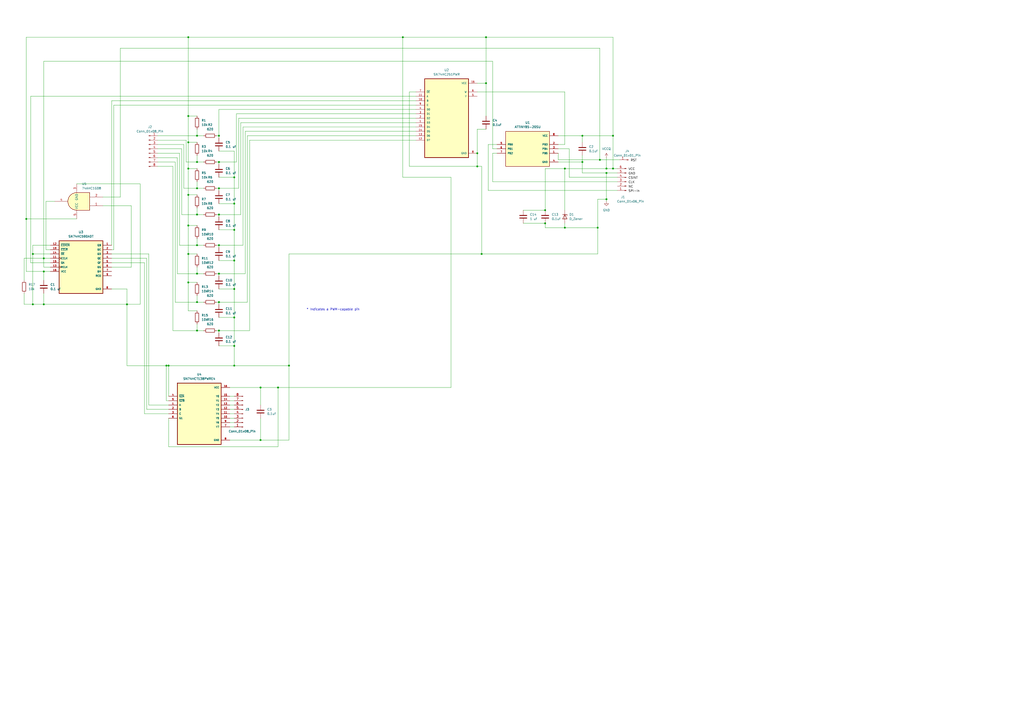
<source format=kicad_sch>
(kicad_sch (version 20231120) (generator "eeschema") (generator_version "8.0")
  (paper "A2")
  (title_block (date "mar. 31 mars 2015"))
  (lib_symbols
    (symbol "74xGxx:74AHC1G08"
      (property "Reference" "U" (at -2.54 3.81 0))
      (property "Value" "74AHC1G08" (at 0 -3.81 0))
      (symbol "74AHC1G08_0_1"
        (arc (start 0 -5.08) (mid 5.0579 0) (end 0 5.08) (stroke (width 0.254)) (fill (type background)))
        (polyline (pts (xy 0 -5.08) (xy -7.62 -5.08) (xy -7.62 5.08) (xy 0 5.08)) (stroke (width 0.254)) (fill (type background)))
      )
      (symbol "74AHC1G08_1_1"
        (pin input line (at -15.24 2.54 0) (length 7.62) (name "~") (number "1"))
        (pin input line (at -15.24 -2.54 0) (length 7.62) (name "~") (number "2"))
        (pin power_in line (at 0 -10.16 90) (length 5.08) (name "GND") (number "3"))
        (pin output line (at 12.7 0 180) (length 7.62) (name "~") (number "4"))
        (pin power_in line (at 0 10.16 270) (length 5.08) (name "VCC") (number "5"))
      )
    )
    (symbol "ATTINY85-20SU:ATTINY85-20SU" (pin_names (offset 1.016))
      (property "Reference" "U" (at -12.7 11.16 0))
      (property "Value" "ATTINY85-20SU" (at -12.7 -14.16 0))
      (symbol "ATTINY85-20SU_0_0"
        (rectangle (start -12.7 -10.16) (end 12.7 10.16) (stroke (width 0.254)) (fill (type background)))
        (pin bidirectional line (at 17.78 -2.54 180) (length 5.08) (name "PB5") (number "1"))
        (pin bidirectional line (at 17.78 2.54 180) (length 5.08) (name "PB3") (number "2"))
        (pin bidirectional line (at 17.78 0 180) (length 5.08) (name "PB4") (number "3"))
        (pin power_in line (at 17.78 -7.62 180) (length 5.08) (name "GND") (number "4"))
        (pin bidirectional line (at -17.78 2.54 0) (length 5.08) (name "PB0") (number "5"))
        (pin bidirectional line (at -17.78 0 0) (length 5.08) (name "PB1") (number "6"))
        (pin bidirectional line (at -17.78 -2.54 0) (length 5.08) (name "PB2") (number "7"))
        (pin power_in line (at 17.78 7.62 180) (length 5.08) (name "VCC") (number "8"))
      )
    )
    (symbol "Connector:Conn_01x01_Pin" (pin_names (offset 1.016) hide)
      (property "Reference" "J" (at 0 2.54 0))
      (property "Value" "Conn_01x01_Pin" (at 0 -2.54 0))
      (symbol "Conn_01x01_Pin_1_1"
        (polyline (pts (xy 1.27 0) (xy 0.8636 0)) (stroke (width 0.1524)))
        (rectangle (start 0.8636 0.127) (end 0 -0.127) (stroke (width 0.1524)) (fill (type outline)))
        (pin passive line (at 5.08 0 180) (length 3.81) (name "Pin_1") (number "1"))
      )
    )
    (symbol "Connector:Conn_01x06_Pin" (pin_names (offset 1.016) hide)
      (property "Reference" "J" (at 0 7.62 0))
      (property "Value" "Conn_01x06_Pin" (at 0 -10.16 0))
      (symbol "Conn_01x06_Pin_1_1"
        (polyline (pts (xy 1.27 -7.62) (xy 0.8636 -7.62)) (stroke (width 0.1524)))
        (polyline (pts (xy 1.27 -5.08) (xy 0.8636 -5.08)) (stroke (width 0.1524)))
        (polyline (pts (xy 1.27 -2.54) (xy 0.8636 -2.54)) (stroke (width 0.1524)))
        (polyline (pts (xy 1.27 0) (xy 0.8636 0)) (stroke (width 0.1524)))
        (polyline (pts (xy 1.27 2.54) (xy 0.8636 2.54)) (stroke (width 0.1524)))
        (polyline (pts (xy 1.27 5.08) (xy 0.8636 5.08)) (stroke (width 0.1524)))
        (rectangle (start 0.8636 -7.493) (end 0 -7.747) (stroke (width 0.1524)) (fill (type outline)))
        (rectangle (start 0.8636 -4.953) (end 0 -5.207) (stroke (width 0.1524)) (fill (type outline)))
        (rectangle (start 0.8636 -2.413) (end 0 -2.667) (stroke (width 0.1524)) (fill (type outline)))
        (rectangle (start 0.8636 0.127) (end 0 -0.127) (stroke (width 0.1524)) (fill (type outline)))
        (rectangle (start 0.8636 2.667) (end 0 2.413) (stroke (width 0.1524)) (fill (type outline)))
        (rectangle (start 0.8636 5.207) (end 0 4.953) (stroke (width 0.1524)) (fill (type outline)))
        (pin passive line (at 5.08 5.08 180) (length 3.81) (name "Pin_1") (number "1"))
        (pin passive line (at 5.08 2.54 180) (length 3.81) (name "Pin_2") (number "2"))
        (pin passive line (at 5.08 0 180) (length 3.81) (name "Pin_3") (number "3"))
        (pin passive line (at 5.08 -2.54 180) (length 3.81) (name "Pin_4") (number "4"))
        (pin passive line (at 5.08 -5.08 180) (length 3.81) (name "Pin_5") (number "5"))
        (pin passive line (at 5.08 -7.62 180) (length 3.81) (name "Pin_6") (number "6"))
      )
    )
    (symbol "Connector:Conn_01x08_Pin" (pin_names (offset 1.016) hide)
      (property "Reference" "J" (at 0 10.16 0))
      (property "Value" "Conn_01x08_Pin" (at 0 -12.7 0))
      (symbol "Conn_01x08_Pin_1_1"
        (polyline (pts (xy 1.27 -10.16) (xy 0.8636 -10.16)) (stroke (width 0.1524)))
        (polyline (pts (xy 1.27 -7.62) (xy 0.8636 -7.62)) (stroke (width 0.1524)))
        (polyline (pts (xy 1.27 -5.08) (xy 0.8636 -5.08)) (stroke (width 0.1524)))
        (polyline (pts (xy 1.27 -2.54) (xy 0.8636 -2.54)) (stroke (width 0.1524)))
        (polyline (pts (xy 1.27 0) (xy 0.8636 0)) (stroke (width 0.1524)))
        (polyline (pts (xy 1.27 2.54) (xy 0.8636 2.54)) (stroke (width 0.1524)))
        (polyline (pts (xy 1.27 5.08) (xy 0.8636 5.08)) (stroke (width 0.1524)))
        (polyline (pts (xy 1.27 7.62) (xy 0.8636 7.62)) (stroke (width 0.1524)))
        (rectangle (start 0.8636 -10.033) (end 0 -10.287) (stroke (width 0.1524)) (fill (type outline)))
        (rectangle (start 0.8636 -7.493) (end 0 -7.747) (stroke (width 0.1524)) (fill (type outline)))
        (rectangle (start 0.8636 -4.953) (end 0 -5.207) (stroke (width 0.1524)) (fill (type outline)))
        (rectangle (start 0.8636 -2.413) (end 0 -2.667) (stroke (width 0.1524)) (fill (type outline)))
        (rectangle (start 0.8636 0.127) (end 0 -0.127) (stroke (width 0.1524)) (fill (type outline)))
        (rectangle (start 0.8636 2.667) (end 0 2.413) (stroke (width 0.1524)) (fill (type outline)))
        (rectangle (start 0.8636 5.207) (end 0 4.953) (stroke (width 0.1524)) (fill (type outline)))
        (rectangle (start 0.8636 7.747) (end 0 7.493) (stroke (width 0.1524)) (fill (type outline)))
        (pin passive line (at 5.08 7.62 180) (length 3.81) (name "Pin_1") (number "1"))
        (pin passive line (at 5.08 5.08 180) (length 3.81) (name "Pin_2") (number "2"))
        (pin passive line (at 5.08 2.54 180) (length 3.81) (name "Pin_3") (number "3"))
        (pin passive line (at 5.08 0 180) (length 3.81) (name "Pin_4") (number "4"))
        (pin passive line (at 5.08 -2.54 180) (length 3.81) (name "Pin_5") (number "5"))
        (pin passive line (at 5.08 -5.08 180) (length 3.81) (name "Pin_6") (number "6"))
        (pin passive line (at 5.08 -7.62 180) (length 3.81) (name "Pin_7") (number "7"))
        (pin passive line (at 5.08 -10.16 180) (length 3.81) (name "Pin_8") (number "8"))
      )
    )
    (symbol "Device:C" (pin_numbers hide) (pin_names (offset 0.254))
      (property "Reference" "C" (at 0.635 2.54 0))
      (property "Value" "C" (at 0.635 -2.54 0))
      (symbol "C_0_1"
        (polyline (pts (xy -2.032 -0.762) (xy 2.032 -0.762)) (stroke (width 0.508)))
        (polyline (pts (xy -2.032 0.762) (xy 2.032 0.762)) (stroke (width 0.508)))
      )
      (symbol "C_1_1"
        (pin passive line (at 0 3.81 270) (length 2.794) (name "~") (number "1"))
        (pin passive line (at 0 -3.81 90) (length 2.794) (name "~") (number "2"))
      )
    )
    (symbol "Device:D_Zener" (pin_numbers hide) (pin_names (offset 1.016) hide)
      (property "Reference" "D" (at 0 2.54 0))
      (property "Value" "D_Zener" (at 0 -2.54 0))
      (symbol "D_Zener_0_1"
        (polyline (pts (xy 1.27 0) (xy -1.27 0)))
        (polyline (pts (xy -1.27 -1.27) (xy -1.27 1.27) (xy -0.762 1.27)) (stroke (width 0.254)))
        (polyline (pts (xy 1.27 -1.27) (xy 1.27 1.27) (xy -1.27 0) (xy 1.27 -1.27)) (stroke (width 0.254)))
      )
      (symbol "D_Zener_1_1"
        (pin passive line (at -3.81 0 0) (length 2.54) (name "K") (number "1"))
        (pin passive line (at 3.81 0 180) (length 2.54) (name "A") (number "2"))
      )
    )
    (symbol "Device:R" (pin_numbers hide) (pin_names (offset 0))
      (property "Reference" "R" (at 2.032 0 90))
      (property "Value" "R" (at 0 0 90))
      (symbol "R_0_1"
        (rectangle (start -1.016 -2.54) (end 1.016 2.54) (stroke (width 0.254)))
      )
      (symbol "R_1_1"
        (pin passive line (at 0 3.81 270) (length 1.27) (name "~") (number "1"))
        (pin passive line (at 0 -3.81 90) (length 1.27) (name "~") (number "2"))
      )
    )
    (symbol "SN74HC251PWR:SN74HC251PWR" (pin_names (offset 1.016))
      (property "Reference" "U" (at -12.7 23.86 0))
      (property "Value" "SN74HC251PWR" (at -12.7 -26.86 0))
      (symbol "SN74HC251PWR_0_0"
        (rectangle (start -12.7 -22.86) (end 12.7 22.86) (stroke (width 0.41)) (fill (type background)))
        (pin input line (at -17.78 -2.54 0) (length 5.08) (name "D3") (number "1"))
        (pin input line (at -17.78 10.16 0) (length 5.08) (name "B") (number "10"))
        (pin input line (at -17.78 12.7 0) (length 5.08) (name "A") (number "11"))
        (pin input line (at -17.78 -12.7 0) (length 5.08) (name "D7") (number "12"))
        (pin input line (at -17.78 -10.16 0) (length 5.08) (name "D6") (number "13"))
        (pin input line (at -17.78 -7.62 0) (length 5.08) (name "D5") (number "14"))
        (pin input line (at -17.78 -5.08 0) (length 5.08) (name "D4") (number "15"))
        (pin power_in line (at 17.78 20.32 180) (length 5.08) (name "VCC") (number "16"))
        (pin input line (at -17.78 0 0) (length 5.08) (name "D2") (number "2"))
        (pin input line (at -17.78 2.54 0) (length 5.08) (name "D1") (number "3"))
        (pin input line (at -17.78 5.08 0) (length 5.08) (name "D0") (number "4"))
        (pin output line (at 17.78 12.7 180) (length 5.08) (name "Y") (number "5"))
        (pin output line (at 17.78 15.24 180) (length 5.08) (name "W") (number "6"))
        (pin input line (at -17.78 15.24 0) (length 5.08) (name "~{OE}") (number "7"))
        (pin power_in line (at 17.78 -20.32 180) (length 5.08) (name "GND") (number "8"))
        (pin input line (at -17.78 7.62 0) (length 5.08) (name "C") (number "9"))
      )
    )
    (symbol "SN74HC590ADT:SN74HC590ADT" (pin_names (offset 1.016))
      (property "Reference" "U" (at -12.7 16.24 0))
      (property "Value" "SN74HC590ADT" (at -12.7 -19.24 0))
      (symbol "SN74HC590ADT_0_0"
        (rectangle (start -12.7 -15.24) (end 12.7 15.24) (stroke (width 0.41)) (fill (type background)))
        (pin output line (at 17.78 12.7 180) (length 5.08) (name "QB") (number "1"))
        (pin input line (at -17.78 10.16 0) (length 5.08) (name "~{CCLR}") (number "10"))
        (pin input clock (at -17.78 5.08 0) (length 5.08) (name "CCLK") (number "11"))
        (pin input line (at -17.78 12.7 0) (length 5.08) (name "~{CCKEN}") (number "12"))
        (pin input clock (at -17.78 0 0) (length 5.08) (name "RCLK") (number "13"))
        (pin input line (at -17.78 7.62 0) (length 5.08) (name "~{OE}") (number "14"))
        (pin input line (at -17.78 2.54 0) (length 5.08) (name "QA") (number "15"))
        (pin input line (at -17.78 -2.54 0) (length 5.08) (name "VCC") (number "16"))
        (pin output line (at 17.78 10.16 180) (length 5.08) (name "QC") (number "2"))
        (pin output line (at 17.78 7.62 180) (length 5.08) (name "QD") (number "3"))
        (pin output line (at 17.78 5.08 180) (length 5.08) (name "QE") (number "4"))
        (pin output line (at 17.78 2.54 180) (length 5.08) (name "QF") (number "5"))
        (pin output line (at 17.78 0 180) (length 5.08) (name "QG") (number "6"))
        (pin output line (at 17.78 -2.54 180) (length 5.08) (name "QH") (number "7"))
        (pin power_in line (at 17.78 -12.7 180) (length 5.08) (name "GND") (number "8"))
        (pin output line (at 17.78 -5.08 180) (length 5.08) (name "RCO") (number "9"))
      )
    )
    (symbol "SN74HCT138PWRE4:SN74HCT138PWRE4" (pin_names (offset 1.016))
      (property "Reference" "U" (at -12.7 18.78 0))
      (property "Value" "SN74HCT138PWRE4" (at -12.7 -21.78 0))
      (symbol "SN74HCT138PWRE4_0_0"
        (rectangle (start -12.7 -17.78) (end 12.7 17.78) (stroke (width 0.41)) (fill (type background)))
        (pin input line (at -17.78 5.08 0) (length 5.08) (name "A") (number "1"))
        (pin output line (at 17.78 -2.54 180) (length 5.08) (name "Y5") (number "10"))
        (pin output line (at 17.78 0 180) (length 5.08) (name "Y4") (number "11"))
        (pin output line (at 17.78 2.54 180) (length 5.08) (name "Y3") (number "12"))
        (pin output line (at 17.78 5.08 180) (length 5.08) (name "Y2") (number "13"))
        (pin output line (at 17.78 7.62 180) (length 5.08) (name "Y1") (number "14"))
        (pin output line (at 17.78 10.16 180) (length 5.08) (name "Y0") (number "15"))
        (pin power_in line (at 17.78 15.24 180) (length 5.08) (name "VCC") (number "16"))
        (pin input line (at -17.78 2.54 0) (length 5.08) (name "B") (number "2"))
        (pin input line (at -17.78 0 0) (length 5.08) (name "C") (number "3"))
        (pin input line (at -17.78 10.16 0) (length 5.08) (name "~{G2A}") (number "4"))
        (pin input line (at -17.78 7.62 0) (length 5.08) (name "~{G2B}") (number "5"))
        (pin input line (at -17.78 -2.54 0) (length 5.08) (name "G1") (number "6"))
        (pin output line (at 17.78 -7.62 180) (length 5.08) (name "Y7") (number "7"))
        (pin power_in line (at 17.78 -15.24 180) (length 5.08) (name "GND") (number "8"))
        (pin output line (at 17.78 -5.08 180) (length 5.08) (name "Y6") (number "9"))
      )
    )
    (symbol "power:GND" (power) (pin_numbers hide) (pin_names (offset 0) hide)
      (property "Value" "GND" (at 0 -3.81 0))
      (symbol "GND_0_1"
        (polyline (pts (xy 0 0) (xy 0 -1.27) (xy 1.27 -1.27) (xy 0 -2.54) (xy -1.27 -1.27) (xy 0 -1.27)))
      )
      (symbol "GND_1_1"
        (pin power_in line (at 0 0 270) (length 0) (name "~") (number "1"))
      )
    )
    (symbol "power:VCCQ" (power) (pin_numbers hide) (pin_names (offset 0) hide)
      (property "Value" "VCCQ" (at 0 3.556 0))
      (symbol "VCCQ_0_1"
        (polyline (pts (xy -0.762 1.27) (xy 0 2.54)))
        (polyline (pts (xy 0 0) (xy 0 2.54)))
        (polyline (pts (xy 0 2.54) (xy 0.762 1.27)))
      )
      (symbol "VCCQ_1_1"
        (pin power_in line (at 0 0 90) (length 0) (name "~") (number "1"))
      )
    )
  )
  (junction (at 114.3 158.75))
  (junction (at 114.3 175.26))
  (junction (at 337.82 78.74))
  (junction (at 347.98 92.71))
  (junction (at 114.3 124.46))
  (junction (at 281.94 48.26))
  (junction (at 135.89 102.87))
  (junction (at 97.79 212.09))
  (junction (at 351.79 100.33))
  (junction (at 25.4 149.86))
  (junction (at 135.89 133.35))
  (junction (at 127 109.22))
  (junction (at 135.89 212.09))
  (junction (at 316.23 129.54))
  (junction (at 279.4 147.32))
  (junction (at 355.6 97.79))
  (junction (at 114.3 93.98))
  (junction (at 127 142.24))
  (junction (at 19.05 176.53))
  (junction (at 316.23 121.92))
  (junction (at 351.79 97.79))
  (junction (at 135.89 200.66))
  (junction (at 281.94 21.59))
  (junction (at 109.22 113.03))
  (junction (at 127 175.26))
  (junction (at 135.89 167.64))
  (junction (at 127 93.98))
  (junction (at 276.86 88.9))
  (junction (at 127 124.46))
  (junction (at 96.52 212.09))
  (junction (at 114.3 142.24))
  (junction (at 135.89 184.15))
  (junction (at 25.4 157.48))
  (junction (at 167.64 212.09))
  (junction (at 127 78.74))
  (junction (at 135.89 151.13))
  (junction (at 109.22 82.55))
  (junction (at 355.6 78.74))
  (junction (at 15.24 127))
  (junction (at 114.3 78.74))
  (junction (at 151.13 255.27))
  (junction (at 114.3 109.22))
  (junction (at 109.22 130.81))
  (junction (at 73.66 176.53))
  (junction (at 161.29 224.79))
  (junction (at 337.82 93.98))
  (junction (at 109.22 67.31))
  (junction (at 135.89 118.11))
  (junction (at 327.66 97.79))
  (junction (at 25.4 176.53))
  (junction (at 127 158.75))
  (junction (at 276.86 96.52))
  (junction (at 151.13 224.79))
  (junction (at 327.66 132.08))
  (junction (at 109.22 147.32))
  (junction (at 351.79 115.57))
  (junction (at 233.68 21.59))
  (junction (at 109.22 97.79))
  (junction (at 127 191.77))
  (junction (at 19.05 147.32))
  (junction (at 346.71 132.08))
  (junction (at 109.22 21.59))
  (junction (at 114.3 191.77))
  (junction (at 109.22 163.83))
  (wire (pts (xy 127 142.24) (xy 125.73 142.24)))
  (wire (pts (xy 15.24 157.48) (xy 15.24 127)))
  (wire (pts (xy 85.09 149.86) (xy 85.09 237.49)))
  (wire (pts (xy 114.3 163.83) (xy 109.22 163.83)))
  (wire (pts (xy 127 175.26) (xy 125.73 175.26)))
  (wire (pts (xy 351.79 91.44) (xy 351.79 97.79)))
  (wire (pts (xy 241.3 71.12) (xy 139.7 71.12)))
  (wire (pts (xy 143.51 175.26) (xy 127 175.26)))
  (wire (pts (xy 127 93.98) (xy 125.73 93.98)))
  (wire (pts (xy 109.22 180.34) (xy 109.22 163.83)))
  (wire (pts (xy 86.36 234.95) (xy 97.79 234.95)))
  (wire (pts (xy 285.75 88.9) (xy 285.75 105.41)))
  (wire (pts (xy 19.05 142.24) (xy 19.05 147.32)))
  (wire (pts (xy 118.11 124.46) (xy 114.3 124.46)))
  (wire (pts (xy 351.79 97.79) (xy 355.6 97.79)))
  (wire (pts (xy 106.68 109.22) (xy 114.3 109.22)))
  (wire (pts (xy 114.3 109.22) (xy 114.3 105.41)))
  (wire (pts (xy 97.79 212.09) (xy 135.89 212.09)))
  (wire (pts (xy 133.35 237.49) (xy 135.89 237.49)))
  (wire (pts (xy 83.82 240.03) (xy 83.82 152.4)))
  (wire (pts (xy 96.52 232.41) (xy 96.52 212.09)))
  (wire (pts (xy 105.41 124.46) (xy 114.3 124.46)))
  (wire (pts (xy 127 191.77) (xy 125.73 191.77)))
  (wire (pts (xy 133.35 232.41) (xy 135.89 232.41)))
  (wire (pts (xy 144.78 81.28) (xy 144.78 191.77)))
  (wire (pts (xy 127 110.49) (xy 127 109.22)))
  (wire (pts (xy 127 176.53) (xy 127 175.26)))
  (wire (pts (xy 151.13 242.57) (xy 151.13 255.27)))
  (wire (pts (xy 73.66 167.64) (xy 73.66 176.53)))
  (wire (pts (xy 114.3 147.32) (xy 109.22 147.32)))
  (wire (pts (xy 66.04 144.78) (xy 66.04 60.96)))
  (wire (pts (xy 140.97 73.66) (xy 140.97 142.24)))
  (wire (pts (xy 316.23 129.54) (xy 316.23 132.08)))
  (wire (pts (xy 346.71 147.32) (xy 346.71 132.08)))
  (wire (pts (xy 29.21 142.24) (xy 19.05 142.24)))
  (wire (pts (xy 127 95.25) (xy 127 93.98)))
  (wire (pts (xy 133.35 224.79) (xy 151.13 224.79)))
  (wire (pts (xy 91.44 91.44) (xy 102.87 91.44)))
  (wire (pts (xy 241.3 63.5) (xy 127 63.5)))
  (wire (pts (xy 127 158.75) (xy 125.73 158.75)))
  (wire (pts (xy 355.6 21.59) (xy 355.6 78.74)))
  (wire (pts (xy 102.87 91.44) (xy 102.87 158.75)))
  (wire (pts (xy 25.4 162.56) (xy 25.4 157.48)))
  (wire (pts (xy 73.66 167.64) (xy 64.77 167.64)))
  (wire (pts (xy 241.3 81.28) (xy 144.78 81.28)))
  (wire (pts (xy 133.35 255.27) (xy 151.13 255.27)))
  (wire (pts (xy 100.33 191.77) (xy 114.3 191.77)))
  (wire (pts (xy 107.95 81.28) (xy 107.95 93.98)))
  (wire (pts (xy 15.24 21.59) (xy 109.22 21.59)))
  (wire (pts (xy 118.11 175.26) (xy 114.3 175.26)))
  (wire (pts (xy 135.89 87.63) (xy 135.89 102.87)))
  (wire (pts (xy 97.79 242.57) (xy 97.79 259.08)))
  (wire (pts (xy 118.11 142.24) (xy 114.3 142.24)))
  (wire (pts (xy 109.22 97.79) (xy 109.22 113.03)))
  (wire (pts (xy 135.89 212.09) (xy 167.64 212.09)))
  (wire (pts (xy 241.3 53.34) (xy 237.49 53.34)))
  (wire (pts (xy 323.85 83.82) (xy 327.66 83.82)))
  (wire (pts (xy 29.21 152.4) (xy 17.78 152.4)))
  (wire (pts (xy 241.3 78.74) (xy 143.51 78.74)))
  (wire (pts (xy 109.22 163.83) (xy 109.22 147.32)))
  (wire (pts (xy 85.09 237.49) (xy 97.79 237.49)))
  (wire (pts (xy 118.11 78.74) (xy 114.3 78.74)))
  (wire (pts (xy 15.24 127) (xy 15.24 21.59)))
  (wire (pts (xy 323.85 86.36) (xy 330.2 86.36)))
  (wire (pts (xy 133.35 247.65) (xy 135.89 247.65)))
  (wire (pts (xy 127 118.11) (xy 135.89 118.11)))
  (wire (pts (xy 261.62 102.87) (xy 233.68 102.87)))
  (wire (pts (xy 276.86 88.9) (xy 276.86 96.52)))
  (wire (pts (xy 69.85 27.94) (xy 69.85 114.3)))
  (wire (pts (xy 76.2 119.38) (xy 76.2 154.94)))
  (wire (pts (xy 323.85 78.74) (xy 337.82 78.74)))
  (wire (pts (xy 91.44 96.52) (xy 100.33 96.52)))
  (wire (pts (xy 66.04 60.96) (xy 241.3 60.96)))
  (wire (pts (xy 114.3 124.46) (xy 114.3 120.65)))
  (wire (pts (xy 127 80.01) (xy 127 78.74)))
  (wire (pts (xy 337.82 82.55) (xy 337.82 78.74)))
  (wire (pts (xy 69.85 114.3) (xy 59.69 114.3)))
  (wire (pts (xy 13.97 170.18) (xy 13.97 176.53)))
  (wire (pts (xy 64.77 144.78) (xy 66.04 144.78)))
  (wire (pts (xy 109.22 21.59) (xy 233.68 21.59)))
  (wire (pts (xy 237.49 96.52) (xy 276.86 96.52)))
  (wire (pts (xy 73.66 212.09) (xy 96.52 212.09)))
  (wire (pts (xy 127 143.51) (xy 127 142.24)))
  (wire (pts (xy 288.29 86.36) (xy 285.75 86.36)))
  (wire (pts (xy 19.05 176.53) (xy 25.4 176.53)))
  (wire (pts (xy 91.44 93.98) (xy 101.6 93.98)))
  (wire (pts (xy 346.71 132.08) (xy 346.71 115.57)))
  (wire (pts (xy 107.95 93.98) (xy 114.3 93.98)))
  (wire (pts (xy 83.82 152.4) (xy 64.77 152.4)))
  (wire (pts (xy 13.97 176.53) (xy 19.05 176.53)))
  (wire (pts (xy 144.78 191.77) (xy 127 191.77)))
  (wire (pts (xy 109.22 113.03) (xy 109.22 130.81)))
  (wire (pts (xy 97.79 212.09) (xy 97.79 229.87)))
  (wire (pts (xy 25.4 35.56) (xy 25.4 149.86)))
  (wire (pts (xy 44.45 106.68) (xy 81.28 106.68)))
  (wire (pts (xy 241.3 68.58) (xy 138.43 68.58)))
  (wire (pts (xy 64.77 149.86) (xy 85.09 149.86)))
  (wire (pts (xy 283.21 110.49) (xy 358.14 110.49)))
  (wire (pts (xy 330.2 102.87) (xy 358.14 102.87)))
  (wire (pts (xy 337.82 93.98) (xy 337.82 100.33)))
  (wire (pts (xy 330.2 86.36) (xy 330.2 102.87)))
  (wire (pts (xy 167.64 255.27) (xy 167.64 212.09)))
  (wire (pts (xy 142.24 158.75) (xy 127 158.75)))
  (wire (pts (xy 323.85 92.71) (xy 323.85 88.9)))
  (wire (pts (xy 105.41 86.36) (xy 105.41 124.46)))
  (wire (pts (xy 25.4 176.53) (xy 73.66 176.53)))
  (wire (pts (xy 109.22 67.31) (xy 109.22 82.55)))
  (wire (pts (xy 29.21 147.32) (xy 19.05 147.32)))
  (wire (pts (xy 13.97 162.56) (xy 13.97 149.86)))
  (wire (pts (xy 241.3 73.66) (xy 140.97 73.66)))
  (wire (pts (xy 104.14 88.9) (xy 104.14 142.24)))
  (wire (pts (xy 127 124.46) (xy 125.73 124.46)))
  (wire (pts (xy 25.4 149.86) (xy 29.21 149.86)))
  (wire (pts (xy 316.23 121.92) (xy 316.23 97.79)))
  (wire (pts (xy 241.3 76.2) (xy 142.24 76.2)))
  (wire (pts (xy 303.53 129.54) (xy 316.23 129.54)))
  (wire (pts (xy 327.66 97.79) (xy 351.79 97.79)))
  (wire (pts (xy 114.3 82.55) (xy 109.22 82.55)))
  (wire (pts (xy 138.43 109.22) (xy 127 109.22)))
  (wire (pts (xy 86.36 147.32) (xy 86.36 234.95)))
  (wire (pts (xy 137.16 66.04) (xy 137.16 93.98)))
  (wire (pts (xy 64.77 154.94) (xy 76.2 154.94)))
  (wire (pts (xy 327.66 53.34) (xy 327.66 83.82)))
  (wire (pts (xy 285.75 35.56) (xy 285.75 86.36)))
  (wire (pts (xy 316.23 132.08) (xy 327.66 132.08)))
  (wire (pts (xy 96.52 212.09) (xy 97.79 212.09)))
  (wire (pts (xy 281.94 67.31) (xy 281.94 48.26)))
  (wire (pts (xy 281.94 21.59) (xy 281.94 48.26)))
  (wire (pts (xy 351.79 115.57) (xy 351.79 100.33)))
  (wire (pts (xy 351.79 100.33) (xy 358.14 100.33)))
  (wire (pts (xy 25.4 157.48) (xy 15.24 157.48)))
  (wire (pts (xy 135.89 200.66) (xy 135.89 212.09)))
  (wire (pts (xy 337.82 100.33) (xy 351.79 100.33)))
  (wire (pts (xy 102.87 158.75) (xy 114.3 158.75)))
  (wire (pts (xy 279.4 147.32) (xy 346.71 147.32)))
  (wire (pts (xy 91.44 88.9) (xy 104.14 88.9)))
  (wire (pts (xy 142.24 76.2) (xy 142.24 158.75)))
  (wire (pts (xy 261.62 224.79) (xy 161.29 224.79)))
  (wire (pts (xy 139.7 124.46) (xy 127 124.46)))
  (wire (pts (xy 233.68 102.87) (xy 233.68 21.59)))
  (wire (pts (xy 91.44 83.82) (xy 106.68 83.82)))
  (wire (pts (xy 347.98 92.71) (xy 323.85 92.71)))
  (wire (pts (xy 127 125.73) (xy 127 124.46)))
  (wire (pts (xy 17.78 152.4) (xy 17.78 55.88)))
  (wire (pts (xy 91.44 86.36) (xy 105.41 86.36)))
  (wire (pts (xy 81.28 106.68) (xy 81.28 176.53)))
  (wire (pts (xy 127 78.74) (xy 125.73 78.74)))
  (wire (pts (xy 337.82 93.98) (xy 337.82 90.17)))
  (wire (pts (xy 279.4 96.52) (xy 279.4 147.32)))
  (wire (pts (xy 151.13 234.95) (xy 151.13 224.79)))
  (wire (pts (xy 114.3 180.34) (xy 109.22 180.34)))
  (wire (pts (xy 73.66 212.09) (xy 73.66 176.53)))
  (wire (pts (xy 26.67 116.84) (xy 31.75 116.84)))
  (wire (pts (xy 106.68 83.82) (xy 106.68 109.22)))
  (wire (pts (xy 91.44 78.74) (xy 114.3 78.74)))
  (wire (pts (xy 323.85 93.98) (xy 337.82 93.98)))
  (wire (pts (xy 133.35 242.57) (xy 135.89 242.57)))
  (wire (pts (xy 139.7 71.12) (xy 139.7 124.46)))
  (wire (pts (xy 127 167.64) (xy 135.89 167.64)))
  (wire (pts (xy 281.94 21.59) (xy 355.6 21.59)))
  (wire (pts (xy 25.4 170.18) (xy 25.4 176.53)))
  (wire (pts (xy 29.21 154.94) (xy 25.4 154.94)))
  (wire (pts (xy 109.22 21.59) (xy 109.22 67.31)))
  (wire (pts (xy 15.24 127) (xy 44.45 127)))
  (wire (pts (xy 288.29 83.82) (xy 283.21 83.82)))
  (wire (pts (xy 25.4 157.48) (xy 29.21 157.48)))
  (wire (pts (xy 127 151.13) (xy 135.89 151.13)))
  (wire (pts (xy 347.98 92.71) (xy 347.98 27.94)))
  (wire (pts (xy 337.82 78.74) (xy 355.6 78.74)))
  (wire (pts (xy 276.86 74.93) (xy 281.94 74.93)))
  (wire (pts (xy 133.35 229.87) (xy 135.89 229.87)))
  (wire (pts (xy 127 63.5) (xy 127 78.74)))
  (wire (pts (xy 346.71 115.57) (xy 351.79 115.57)))
  (wire (pts (xy 13.97 149.86) (xy 25.4 149.86)))
  (wire (pts (xy 127 193.04) (xy 127 191.77)))
  (wire (pts (xy 64.77 58.42) (xy 241.3 58.42)))
  (wire (pts (xy 101.6 93.98) (xy 101.6 175.26)))
  (wire (pts (xy 127 109.22) (xy 125.73 109.22)))
  (wire (pts (xy 327.66 129.54) (xy 327.66 132.08)))
  (wire (pts (xy 64.77 147.32) (xy 86.36 147.32)))
  (wire (pts (xy 104.14 142.24) (xy 114.3 142.24)))
  (wire (pts (xy 276.86 48.26) (xy 281.94 48.26)))
  (wire (pts (xy 118.11 93.98) (xy 114.3 93.98)))
  (wire (pts (xy 114.3 93.98) (xy 114.3 90.17)))
  (wire (pts (xy 64.77 142.24) (xy 64.77 58.42)))
  (wire (pts (xy 109.22 130.81) (xy 109.22 147.32)))
  (wire (pts (xy 59.69 119.38) (xy 76.2 119.38)))
  (wire (pts (xy 19.05 147.32) (xy 19.05 176.53)))
  (wire (pts (xy 137.16 93.98) (xy 127 93.98)))
  (wire (pts (xy 114.3 158.75) (xy 114.3 154.94)))
  (wire (pts (xy 135.89 151.13) (xy 135.89 167.64)))
  (wire (pts (xy 100.33 96.52) (xy 100.33 191.77)))
  (wire (pts (xy 140.97 142.24) (xy 127 142.24)))
  (wire (pts (xy 285.75 105.41) (xy 358.14 105.41)))
  (wire (pts (xy 143.51 78.74) (xy 143.51 175.26)))
  (wire (pts (xy 135.89 133.35) (xy 135.89 151.13)))
  (wire (pts (xy 151.13 255.27) (xy 167.64 255.27)))
  (wire (pts (xy 351.79 116.84) (xy 351.79 115.57)))
  (wire (pts (xy 276.86 53.34) (xy 327.66 53.34)))
  (wire (pts (xy 276.86 88.9) (xy 276.86 74.93)))
  (wire (pts (xy 135.89 118.11) (xy 135.89 133.35)))
  (wire (pts (xy 127 160.02) (xy 127 158.75)))
  (wire (pts (xy 114.3 113.03) (xy 109.22 113.03)))
  (wire (pts (xy 241.3 66.04) (xy 137.16 66.04)))
  (wire (pts (xy 114.3 97.79) (xy 109.22 97.79)))
  (wire (pts (xy 327.66 97.79) (xy 327.66 121.92)))
  (wire (pts (xy 138.43 68.58) (xy 138.43 109.22)))
  (wire (pts (xy 114.3 67.31) (xy 109.22 67.31)))
  (wire (pts (xy 114.3 191.77) (xy 114.3 187.96)))
  (wire (pts (xy 161.29 259.08) (xy 161.29 224.79)))
  (wire (pts (xy 135.89 184.15) (xy 135.89 200.66)))
  (wire (pts (xy 279.4 147.32) (xy 167.64 147.32)))
  (wire (pts (xy 233.68 21.59) (xy 281.94 21.59)))
  (wire (pts (xy 114.3 175.26) (xy 114.3 171.45)))
  (wire (pts (xy 127 133.35) (xy 135.89 133.35)))
  (wire (pts (xy 283.21 83.82) (xy 283.21 110.49)))
  (wire (pts (xy 114.3 78.74) (xy 114.3 74.93)))
  (wire (pts (xy 17.78 55.88) (xy 241.3 55.88)))
  (wire (pts (xy 347.98 27.94) (xy 69.85 27.94)))
  (wire (pts (xy 97.79 232.41) (xy 96.52 232.41)))
  (wire (pts (xy 327.66 132.08) (xy 346.71 132.08)))
  (wire (pts (xy 127 87.63) (xy 135.89 87.63)))
  (wire (pts (xy 25.4 35.56) (xy 285.75 35.56)))
  (wire (pts (xy 127 184.15) (xy 135.89 184.15)))
  (wire (pts (xy 127 102.87) (xy 135.89 102.87)))
  (wire (pts (xy 97.79 259.08) (xy 161.29 259.08)))
  (wire (pts (xy 133.35 234.95) (xy 135.89 234.95)))
  (wire (pts (xy 276.86 96.52) (xy 279.4 96.52)))
  (wire (pts (xy 135.89 102.87) (xy 135.89 118.11)))
  (wire (pts (xy 118.11 109.22) (xy 114.3 109.22)))
  (wire (pts (xy 101.6 175.26) (xy 114.3 175.26)))
  (wire (pts (xy 91.44 81.28) (xy 107.95 81.28)))
  (wire (pts (xy 303.53 121.92) (xy 316.23 121.92)))
  (wire (pts (xy 359.41 92.71) (xy 347.98 92.71)))
  (wire (pts (xy 81.28 176.53) (xy 73.66 176.53)))
  (wire (pts (xy 109.22 97.79) (xy 109.22 82.55)))
  (wire (pts (xy 114.3 142.24) (xy 114.3 138.43)))
  (wire (pts (xy 97.79 240.03) (xy 83.82 240.03)))
  (wire (pts (xy 355.6 78.74) (xy 355.6 97.79)))
  (wire (pts (xy 118.11 191.77) (xy 114.3 191.77)))
  (wire (pts (xy 127 200.66) (xy 135.89 200.66)))
  (wire (pts (xy 316.23 97.79) (xy 327.66 97.79)))
  (wire (pts (xy 261.62 102.87) (xy 261.62 224.79)))
  (wire (pts (xy 167.64 212.09) (xy 167.64 147.32)))
  (wire (pts (xy 161.29 224.79) (xy 151.13 224.79)))
  (wire (pts (xy 237.49 53.34) (xy 237.49 96.52)))
  (wire (pts (xy 288.29 88.9) (xy 285.75 88.9)))
  (wire (pts (xy 26.67 116.84) (xy 26.67 144.78)))
  (wire (pts (xy 29.21 144.78) (xy 26.67 144.78)))
  (wire (pts (xy 135.89 167.64) (xy 135.89 184.15)))
  (wire (pts (xy 133.35 245.11) (xy 135.89 245.11)))
  (wire (pts (xy 133.35 240.03) (xy 135.89 240.03)))
  (wire (pts (xy 118.11 158.75) (xy 114.3 158.75)))
  (wire (pts (xy 25.4 154.94) (xy 25.4 149.86)))
  (wire (pts (xy 114.3 130.81) (xy 109.22 130.81)))
  (wire (pts (xy 355.6 97.79) (xy 358.14 97.79)))
  (text "* Indicates a PWM-capable pin" (at 177.8 180.34 0) (effects (font (size 1.27 1.27)) (justify left bottom)))
  (label "CSINT" (at 364.49 104.14 0))
  (label "RST" (at 365.76 93.98 0))
  (label "GND" (at 364.49 101.6 0))
  (label "VCC" (at 364.49 99.06 0))
  (label "SPI-In" (at 364.49 111.76 0))
  (label "CLK" (at 364.49 106.68 0))
  (label "NC" (at 364.49 109.22 0))
  (symbol (lib_id "Device:C") (at 127 83.82 0) (unit 1)
    (property "Reference" "C5" (at 130.81 82.5499 0) (effects (justify left)))
    (property "Value" "0.1 uf" (at 130.81 85.0899 0) (effects (justify left)))
    (property "Footprint" "Capacitor_SMD:C_0402_1005Metric" (effects (hide yes)))
    (property "Description" "Unpolarized capacitor" (effects (hide yes)))
  )
  (symbol (lib_id "Device:R") (at 114.3 86.36 0) (unit 1)
    (property "Reference" "R3" (at 116.84 85.0899 0) (effects (justify left)))
    (property "Value" "10k" (at 116.84 87.6299 0) (effects (justify left)))
    (property "Footprint" "Capacitor_SMD:C_0402_1005Metric" (effects (hide yes)))
    (property "Description" "Resistor" (effects (hide yes)))
  )
  (symbol (lib_id "Device:C") (at 127 114.3 0) (unit 1)
    (property "Reference" "C7" (at 130.81 113.0299 0) (effects (justify left)))
    (property "Value" "0.1 uf" (at 130.81 115.5699 0) (effects (justify left)))
    (property "Footprint" "Capacitor_SMD:C_0402_1005Metric" (effects (hide yes)))
    (property "Description" "Unpolarized capacitor" (effects (hide yes)))
  )
  (symbol (lib_id "SN74HC590ADT:SN74HC590ADT") (at 46.99 154.94 0) (unit 1)
    (property "Reference" "U3" (at 46.99 134.62 0))
    (property "Value" "SN74HC590ADT" (at 46.99 137.16 0))
    (property "Footprint" "InterrupterLibrary:SOIC127P600X175-16N" (effects (hide yes)))
    (property "MF" "Texas Instruments" (effects (hide yes)))
    (property "Description_1" "\n8-Bit Binary Counters With 3-State Output Registers\n" (effects (hide yes)))
    (property "Package" "SOIC-16 Texas Instruments" (effects (hide yes)))
    (property "Price" "None" (effects (hide yes)))
    (property "SnapEDA_Link" "https://www.snapeda.com/parts/SN74HC590ADT/Texas+Instruments/view-part/?ref=snap" (effects (hide yes)))
    (property "MP" "SN74HC590ADT" (effects (hide yes)))
    (property "Purchase-URL" "https://www.snapeda.com/api/url_track_click_mouser/?unipart_id=383845&manufacturer=Texas Instruments&part_name=SN74HC590ADT&search_term=None" (effects (hide yes)))
    (property "Availability" "In Stock" (effects (hide yes)))
    (property "Check_prices" "https://www.snapeda.com/parts/SN74HC590ADT/Texas+Instruments/view-part/?ref=eda" (effects (hide yes)))
  )
  (symbol (lib_id "Device:C") (at 316.23 125.73 0) (unit 1)
    (property "Reference" "C13" (at 320.04 124.4599 0) (effects (justify left)))
    (property "Value" "0.1uf" (at 320.04 126.9999 0) (effects (justify left)))
    (property "Footprint" "Capacitor_SMD:C_0402_1005Metric" (effects (hide yes)))
    (property "Description" "Unpolarized capacitor" (effects (hide yes)))
  )
  (symbol (lib_id "Device:R") (at 114.3 151.13 0) (unit 1)
    (property "Reference" "R11" (at 116.84 149.8599 0) (effects (justify left)))
    (property "Value" "10k" (at 116.84 152.3999 0) (effects (justify left)))
    (property "Footprint" "Capacitor_SMD:C_0402_1005Metric" (effects (hide yes)))
    (property "Description" "Resistor" (effects (hide yes)))
  )
  (symbol (lib_id "74xGxx:74AHC1G08") (at 44.45 116.84 180) (unit 1)
    (property "Reference" "U5" (at 47.4665 106.68 0) (effects (justify right)))
    (property "Value" "74AHC1G08" (at 47.4665 109.22 0) (effects (justify right)))
    (property "Footprint" "Package_TO_SOT_SMD:SOT-353_SC-70-5_Handsoldering" (effects (hide yes)))
    (property "Datasheet" "http://www.ti.com/lit/sg/scyt129e/scyt129e.pdf" (effects (hide yes)))
    (property "Description" "Single AND Gate, Low-Voltage CMOS" (effects (hide yes)))
  )
  (symbol (lib_id "Connector:Conn_01x06_Pin") (at 363.22 105.41 180) (unit 1)
    (property "Reference" "J1" (at 360.172 114.3 0) (effects (justify right)))
    (property "Value" "Conn_01x06_Pin" (at 357.886 116.84 0) (effects (justify right)))
    (property "Footprint" "Connector_PinHeader_2.00mm:PinHeader_1x06_P2.00mm_Vertical" (effects (hide yes)))
    (property "Description" "Generic connector, single row, 01x06, script generated" (effects (hide yes)))
  )
  (symbol (lib_id "SN74HC251PWR:SN74HC251PWR") (at 259.08 68.58 0) (unit 1)
    (property "Reference" "U2" (at 259.08 40.64 0))
    (property "Value" "SN74HC251PWR" (at 259.08 43.18 0))
    (property "Footprint" "InterrupterLibrary:SOP65P640X120-16N" (effects (hide yes)))
    (property "MF" "Texas Instruments" (effects (hide yes)))
    (property "Description_1" "\nData Selectors/Multiplexers With 3-State Outputs\n" (effects (hide yes)))
    (property "Package" "TSSOP-16 Texas Instruments" (effects (hide yes)))
    (property "Price" "None" (effects (hide yes)))
    (property "SnapEDA_Link" "https://www.snapeda.com/parts/SN74HC251PWR/Texas+Instruments/view-part/?ref=snap" (effects (hide yes)))
    (property "MP" "SN74HC251PWR" (effects (hide yes)))
    (property "Purchase-URL" "https://www.snapeda.com/api/url_track_click_mouser/?unipart_id=996855&manufacturer=Texas Instruments&part_name=SN74HC251PWR&search_term=None" (effects (hide yes)))
    (property "Availability" "In Stock" (effects (hide yes)))
    (property "Check_prices" "https://www.snapeda.com/parts/SN74HC251PWR/Texas+Instruments/view-part/?ref=eda" (effects (hide yes)))
  )
  (symbol (lib_id "Device:C") (at 127 129.54 0) (unit 1)
    (property "Reference" "C8" (at 130.81 128.2699 0) (effects (justify left)))
    (property "Value" "0.1 uf" (at 130.81 130.8099 0) (effects (justify left)))
    (property "Footprint" "Capacitor_SMD:C_0402_1005Metric" (effects (hide yes)))
    (property "Description" "Unpolarized capacitor" (effects (hide yes)))
  )
  (symbol (lib_id "ATTINY85-20SU:ATTINY85-20SU") (at 306.07 86.36 0) (unit 1)
    (property "Reference" "U1" (at 306.07 71.12 0))
    (property "Value" "ATTINY85-20SU" (at 306.07 73.66 0))
    (property "Footprint" "InterrupterLibrary:SOIC127P798X216-8N" (effects (hide yes)))
    (property "Description" "IC MCU 8BIT 8KB FLASH 8SOIC" (effects (hide yes)))
    (property "MF" "Microchip" (effects (hide yes)))
    (property "PURCHASE-URL" "https://pricing.snapeda.com/search/part/ATTINY85V-10SU/?ref=eda" (effects (hide yes)))
    (property "PACKAGE" "None" (effects (hide yes)))
    (property "PRICE" "None" (effects (hide yes)))
    (property "Package" "SOIC-8 Microchip" (effects (hide yes)))
    (property "Check_prices" "https://www.snapeda.com/parts/ATTINY85-20SU/Microchip/view-part/?ref=eda" (effects (hide yes)))
    (property "Price" "None" (effects (hide yes)))
    (property "PARTREV" "2586Q–AVR–08/2013" (effects (hide yes)))
    (property "SnapEDA_Link" "https://www.snapeda.com/parts/ATTINY85-20SU/Microchip/view-part/?ref=snap" (effects (hide yes)))
    (property "MP" "ATTINY85-20SU" (effects (hide yes)))
    (property "Purchase-URL" "https://www.snapeda.com/api/url_track_click_mouser/?unipart_id=46337&manufacturer=Microchip&part_name=ATTINY85-20SU&search_term=None" (effects (hide yes)))
    (property "Description_1" "\nAVR AVR® ATtiny, Functional Safety (FuSa) Microcontroller IC 8-Bit 20MHz 8KB (4K x 16) FLASH 8-SOIC\n" (effects (hide yes)))
    (property "Availability" "In Stock" (effects (hide yes)))
    (property "AVAILABILITY" "Good" (effects (hide yes)))
    (property "MAXIMUM_PACKAGE_HEIGHT" "2.16 mm" (effects (hide yes)))
  )
  (symbol (lib_id "Device:R") (at 121.92 158.75 90) (unit 1)
    (property "Reference" "R12" (at 121.92 152.4 90))
    (property "Value" "620" (at 121.92 154.94 90))
    (property "Footprint" "Capacitor_SMD:C_0402_1005Metric" (effects (hide yes)))
    (property "Description" "Resistor" (effects (hide yes)))
  )
  (symbol (lib_id "Device:R") (at 114.3 101.6 0) (unit 1)
    (property "Reference" "R5" (at 116.84 100.3299 0) (effects (justify left)))
    (property "Value" "10k" (at 116.84 102.8699 0) (effects (justify left)))
    (property "Footprint" "Capacitor_SMD:C_0402_1005Metric" (effects (hide yes)))
    (property "Description" "Resistor" (effects (hide yes)))
  )
  (symbol (lib_id "Device:R") (at 114.3 184.15 0) (unit 1)
    (property "Reference" "R15" (at 116.84 182.8799 0) (effects (justify left)))
    (property "Value" "10k" (at 116.84 185.4199 0) (effects (justify left)))
    (property "Footprint" "Capacitor_SMD:C_0402_1005Metric" (effects (hide yes)))
    (property "Description" "Resistor" (effects (hide yes)))
  )
  (symbol (lib_id "Device:C") (at 127 180.34 0) (unit 1)
    (property "Reference" "C11" (at 130.81 179.0699 0) (effects (justify left)))
    (property "Value" "0.1 uf" (at 130.81 181.6099 0) (effects (justify left)))
    (property "Footprint" "Capacitor_SMD:C_0402_1005Metric" (effects (hide yes)))
    (property "Description" "Unpolarized capacitor" (effects (hide yes)))
  )
  (symbol (lib_id "Device:R") (at 121.92 93.98 90) (unit 1)
    (property "Reference" "R4" (at 121.92 87.63 90))
    (property "Value" "620" (at 121.92 90.17 90))
    (property "Footprint" "Capacitor_SMD:C_0402_1005Metric" (effects (hide yes)))
    (property "Description" "Resistor" (effects (hide yes)))
  )
  (symbol (lib_id "Device:R") (at 13.97 166.37 0) (unit 1)
    (property "Reference" "R17" (at 16.51 165.0999 0) (effects (justify left)))
    (property "Value" "10k" (at 16.51 167.6399 0) (effects (justify left)))
    (property "Footprint" "Capacitor_SMD:C_0402_1005Metric" (effects (hide yes)))
    (property "Description" "Resistor" (effects (hide yes)))
  )
  (symbol (lib_id "Connector:Conn_01x01_Pin") (at 364.49 92.71 180) (unit 1)
    (property "Reference" "J4" (at 363.855 87.63 0))
    (property "Value" "Conn_01x01_Pin" (at 363.855 90.17 0))
    (property "Description" "Generic connector, single row, 01x01, script generated" (effects (hide yes)))
  )
  (symbol (lib_id "Device:R") (at 121.92 142.24 90) (unit 1)
    (property "Reference" "R10" (at 121.92 135.89 90))
    (property "Value" "620" (at 121.92 138.43 90))
    (property "Footprint" "Capacitor_SMD:C_0402_1005Metric" (effects (hide yes)))
    (property "Description" "Resistor" (effects (hide yes)))
  )
  (symbol (lib_id "Device:R") (at 114.3 167.64 0) (unit 1)
    (property "Reference" "R13" (at 116.84 166.3699 0) (effects (justify left)))
    (property "Value" "10k" (at 116.84 168.9099 0) (effects (justify left)))
    (property "Footprint" "Capacitor_SMD:C_0402_1005Metric" (effects (hide yes)))
    (property "Description" "Resistor" (effects (hide yes)))
  )
  (symbol (lib_id "Connector:Conn_01x08_Pin") (at 86.36 86.36 0) (unit 1)
    (property "Reference" "J2" (at 86.995 73.66 0))
    (property "Value" "Conn_01x08_Pin" (at 86.995 76.2 0))
    (property "Footprint" "Connector_PinHeader_2.00mm:PinHeader_1x08_P2.00mm_Vertical" (effects (hide yes)))
    (property "Description" "Generic connector, single row, 01x08, script generated" (effects (hide yes)))
  )
  (symbol (lib_id "Device:D_Zener") (at 327.66 125.73 270) (unit 1)
    (property "Reference" "D1" (at 330.2 124.4599 90) (effects (justify left)))
    (property "Value" "D_Zener" (at 330.2 126.9999 90) (effects (justify left)))
    (property "Footprint" "Diode_SMD:D_SOD-123" (effects (hide yes)))
    (property "Description" "Zener diode" (effects (hide yes)))
  )
  (symbol (lib_id "power:GND") (at 351.79 116.84 0) (unit 1)
    (property "Reference" "#PWR02" (effects (hide yes)))
    (property "Value" "GND" (at 351.79 121.92 0))
    (property "Description" "Power symbol creates a global label with name \"GND\" , ground" (effects (hide yes)))
  )
  (symbol (lib_id "Device:C") (at 127 196.85 0) (unit 1)
    (property "Reference" "C12" (at 130.81 195.5799 0) (effects (justify left)))
    (property "Value" "0.1 uf" (at 130.81 198.1199 0) (effects (justify left)))
    (property "Footprint" "Capacitor_SMD:C_0402_1005Metric" (effects (hide yes)))
    (property "Description" "Unpolarized capacitor" (effects (hide yes)))
  )
  (symbol (lib_id "Device:R") (at 121.92 78.74 90) (unit 1)
    (property "Reference" "R2" (at 121.92 72.39 90))
    (property "Value" "620" (at 121.92 74.93 90))
    (property "Footprint" "Capacitor_SMD:C_0402_1005Metric" (effects (hide yes)))
    (property "Description" "Resistor" (effects (hide yes)))
  )
  (symbol (lib_id "Device:R") (at 114.3 134.62 0) (unit 1)
    (property "Reference" "R9" (at 116.84 133.3499 0) (effects (justify left)))
    (property "Value" "10k" (at 116.84 135.8899 0) (effects (justify left)))
    (property "Footprint" "Capacitor_SMD:C_0402_1005Metric" (effects (hide yes)))
    (property "Description" "Resistor" (effects (hide yes)))
  )
  (symbol (lib_id "Device:C") (at 303.53 125.73 0) (unit 1)
    (property "Reference" "C14" (at 307.34 124.4599 0) (effects (justify left)))
    (property "Value" "1 uf" (at 307.34 126.9999 0) (effects (justify left)))
    (property "Footprint" "Capacitor_SMD:C_0603_1608Metric" (effects (hide yes)))
    (property "Description" "Unpolarized capacitor" (effects (hide yes)))
  )
  (symbol (lib_id "Device:R") (at 114.3 116.84 0) (unit 1)
    (property "Reference" "R7" (at 116.84 115.5699 0) (effects (justify left)))
    (property "Value" "10k" (at 116.84 118.1099 0) (effects (justify left)))
    (property "Footprint" "Capacitor_SMD:C_0402_1005Metric" (effects (hide yes)))
    (property "Description" "Resistor" (effects (hide yes)))
  )
  (symbol (lib_id "Device:C") (at 127 163.83 0) (unit 1)
    (property "Reference" "C10" (at 130.81 162.5599 0) (effects (justify left)))
    (property "Value" "0.1 uf" (at 130.81 165.0999 0) (effects (justify left)))
    (property "Footprint" "Capacitor_SMD:C_0402_1005Metric" (effects (hide yes)))
    (property "Description" "Unpolarized capacitor" (effects (hide yes)))
  )
  (symbol (lib_id "Device:C") (at 151.13 238.76 0) (unit 1)
    (property "Reference" "C3" (at 154.94 237.4899 0) (effects (justify left)))
    (property "Value" "0.1uf" (at 154.94 240.0299 0) (effects (justify left)))
    (property "Footprint" "Capacitor_SMD:C_0402_1005Metric" (effects (hide yes)))
    (property "Description" "Unpolarized capacitor" (effects (hide yes)))
  )
  (symbol (lib_id "Device:R") (at 121.92 175.26 90) (unit 1)
    (property "Reference" "R14" (at 121.92 168.91 90))
    (property "Value" "620" (at 121.92 171.45 90))
    (property "Footprint" "Capacitor_SMD:C_0402_1005Metric" (effects (hide yes)))
    (property "Description" "Resistor" (effects (hide yes)))
  )
  (symbol (lib_id "Connector:Conn_01x08_Pin") (at 140.97 240.03 180) (unit 1)
    (property "Reference" "J3" (at 142.24 237.4899 0) (effects (justify right)))
    (property "Value" "Conn_01x08_Pin" (at 132.588 250.19 0) (effects (justify right)))
    (property "Footprint" "Connector_PinHeader_2.00mm:PinHeader_1x08_P2.00mm_Vertical" (effects (hide yes)))
    (property "Description" "Generic connector, single row, 01x08, script generated" (effects (hide yes)))
  )
  (symbol (lib_id "Device:C") (at 337.82 86.36 0) (unit 1)
    (property "Reference" "C2" (at 341.63 85.0899 0) (effects (justify left)))
    (property "Value" "0.1uf" (at 341.63 87.6299 0) (effects (justify left)))
    (property "Footprint" "Capacitor_SMD:C_0402_1005Metric" (effects (hide yes)))
    (property "Description" "Unpolarized capacitor" (effects (hide yes)))
  )
  (symbol (lib_id "Device:R") (at 121.92 191.77 90) (unit 1)
    (property "Reference" "R16" (at 121.92 185.42 90))
    (property "Value" "620" (at 121.92 187.96 90))
    (property "Footprint" "Capacitor_SMD:C_0402_1005Metric" (effects (hide yes)))
    (property "Description" "Resistor" (effects (hide yes)))
  )
  (symbol (lib_id "Device:C") (at 127 147.32 0) (unit 1)
    (property "Reference" "C9" (at 130.81 146.0499 0) (effects (justify left)))
    (property "Value" "0.1 uf" (at 130.81 148.5899 0) (effects (justify left)))
    (property "Footprint" "Capacitor_SMD:C_0402_1005Metric" (effects (hide yes)))
    (property "Description" "Unpolarized capacitor" (effects (hide yes)))
  )
  (symbol (lib_id "Device:R") (at 121.92 109.22 90) (unit 1)
    (property "Reference" "R6" (at 121.92 102.87 90))
    (property "Value" "620" (at 121.92 105.41 90))
    (property "Footprint" "Capacitor_SMD:C_0402_1005Metric" (effects (hide yes)))
    (property "Description" "Resistor" (effects (hide yes)))
  )
  (symbol (lib_id "Device:C") (at 281.94 71.12 0) (unit 1)
    (property "Reference" "C4" (at 285.75 69.8499 0) (effects (justify left)))
    (property "Value" "0.1uf" (at 285.75 72.3899 0) (effects (justify left)))
    (property "Footprint" "Capacitor_SMD:C_0402_1005Metric" (effects (hide yes)))
    (property "Description" "Unpolarized capacitor" (effects (hide yes)))
  )
  (symbol (lib_id "Device:C") (at 127 99.06 0) (unit 1)
    (property "Reference" "C6" (at 130.81 97.7899 0) (effects (justify left)))
    (property "Value" "0.1 uf" (at 130.81 100.3299 0) (effects (justify left)))
    (property "Footprint" "Capacitor_SMD:C_0402_1005Metric" (effects (hide yes)))
    (property "Description" "Unpolarized capacitor" (effects (hide yes)))
  )
  (symbol (lib_id "power:VCCQ") (at 351.79 91.44 0) (unit 1)
    (property "Reference" "#PWR01" (effects (hide yes)))
    (property "Value" "VCCQ" (at 351.79 86.36 0))
    (property "Description" "Power symbol creates a global label with name \"VCCQ\"" (effects (hide yes)))
  )
  (symbol (lib_id "Device:C") (at 25.4 166.37 0) (unit 1)
    (property "Reference" "C1" (at 29.21 165.0999 0) (effects (justify left)))
    (property "Value" "0.1 uf" (at 29.21 167.6399 0) (effects (justify left)))
    (property "Footprint" "Capacitor_SMD:C_0402_1005Metric" (effects (hide yes)))
    (property "Description" "Unpolarized capacitor" (effects (hide yes)))
  )
  (symbol (lib_id "Device:R") (at 114.3 71.12 0) (unit 1)
    (property "Reference" "R1" (at 116.84 69.8499 0) (effects (justify left)))
    (property "Value" "10k" (at 116.84 72.3899 0) (effects (justify left)))
    (property "Footprint" "Capacitor_SMD:C_0402_1005Metric" (effects (hide yes)))
    (property "Description" "Resistor" (effects (hide yes)))
  )
  (symbol (lib_id "SN74HCT138PWRE4:SN74HCT138PWRE4") (at 115.57 240.03 0) (unit 1)
    (property "Reference" "U4" (at 115.57 217.17 0))
    (property "Value" "SN74HCT138PWRE4" (at 115.57 219.71 0))
    (property "Footprint" "InterrupterLibrary:SOP65P640X120-16N" (effects (hide yes)))
    (property "MF" "Texas Instruments" (effects (hide yes)))
    (property "Description_1" "\nDecoder/Demultiplexer 1 x 3:8 16-TSSOP\n" (effects (hide yes)))
    (property "Package" "TSSOP-16 Texas Instruments" (effects (hide yes)))
    (property "Price" "None" (effects (hide yes)))
    (property "SnapEDA_Link" "https://www.snapeda.com/parts/SN74HCT138PWRE4/Texas+Instruments/view-part/?ref=snap" (effects (hide yes)))
    (property "MP" "SN74HCT138PWRE4" (effects (hide yes)))
    (property "Availability" "In Stock" (effects (hide yes)))
    (property "Check_prices" "https://www.snapeda.com/parts/SN74HCT138PWRE4/Texas+Instruments/view-part/?ref=eda" (effects (hide yes)))
  )
  (symbol (lib_id "Device:R") (at 121.92 124.46 90) (unit 1)
    (property "Reference" "R8" (at 121.92 118.11 90))
    (property "Value" "620" (at 121.92 120.65 90))
    (property "Footprint" "Capacitor_SMD:C_0402_1005Metric" (effects (hide yes)))
    (property "Description" "Resistor" (effects (hide yes)))
  )
)
</source>
